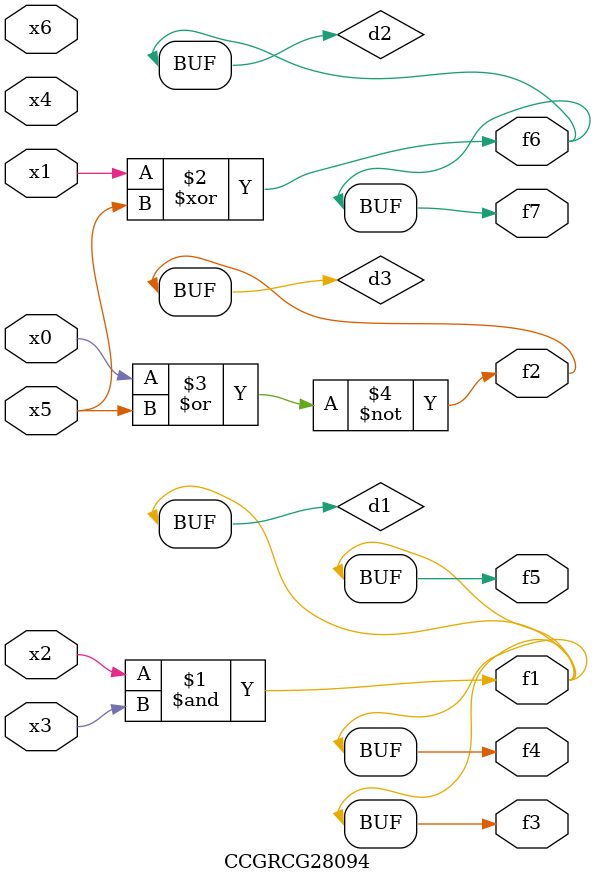
<source format=v>
module CCGRCG28094(
	input x0, x1, x2, x3, x4, x5, x6,
	output f1, f2, f3, f4, f5, f6, f7
);

	wire d1, d2, d3;

	and (d1, x2, x3);
	xor (d2, x1, x5);
	nor (d3, x0, x5);
	assign f1 = d1;
	assign f2 = d3;
	assign f3 = d1;
	assign f4 = d1;
	assign f5 = d1;
	assign f6 = d2;
	assign f7 = d2;
endmodule

</source>
